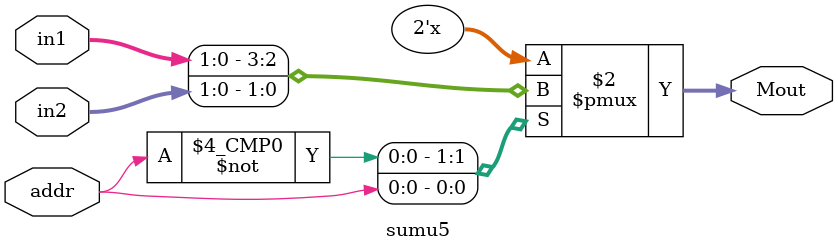
<source format=v>
`timescale 1ns / 1ps
module sumu5(addr,in1,in2,Mout
    );
	 input addr;
	 input[1:0]in1,in2;
	 output[1:0]Mout;
	 reg[1:0]Mout;
	 always@(*)
	 begin
		     case(addr)
			  2'b0:Mout=in1;
			  2'b1:Mout=in2;
			  endcase
    end
endmodule

</source>
